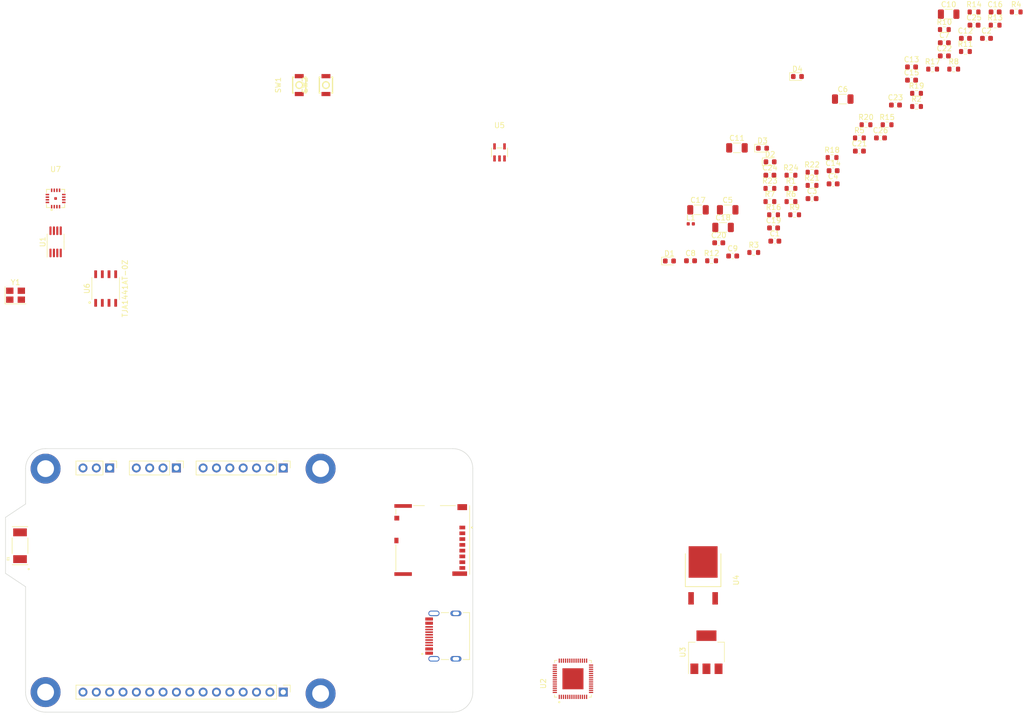
<source format=kicad_pcb>
(kicad_pcb (version 20211014) (generator pcbnew)
  (title_block (title "Delta") (date "2022-09-02") (rev "v4.0 Rev A") (comment 3 "MIT License") (comment 4 "Author: Shreyas Lad"))
  (layers (0 "F.Cu" signal) (1 "In1.Cu" power "GND") (2 "In2.Cu" power "PWR") (31 "B.Cu" signal) (34 "B.Paste" user) (35 "F.Paste" user) (36 "B.SilkS" user "B.Silkscreen") (37 "F.SilkS" user "F.Silkscreen") (38 "B.Mask" user) (39 "F.Mask" user) (44 "Edge.Cuts" user))
  (net 0 "")
  (net 1 "GND")
  (net 2 "Net-(C2-Pad1)")
  (net 3 "Net-(C2-Pad2)")
  (net 4 "Net-(C3-Pad1)")
  (net 5 "Net-(C5-Pad1)")
  (net 6 "+3V3")
  (net 7 "+1V8")
  (net 8 "/ESP32_XTAL_P")
  (net 9 "/ESP32_XTAL_N")
  (net 10 "VBUS")
  (net 11 "/OBD_12v")
  (net 12 "Net-(C18-Pad1)")
  (net 13 "Net-(C23-Pad1)")
  (net 14 "Net-(TP28-Pad1)")
  (net 15 "Net-(D1-Pad1)")
  (net 16 "Net-(D3-Pad1)")
  (net 17 "Net-(D3-Pad2)")
  (net 18 "Net-(J1-PadA5)")
  (net 19 "Net-(J1-PadA6)")
  (net 20 "Net-(J1-PadA7)")
  (net 22 "Net-(J1-PadB5)")
  (net 24 "/ESP32_Rx")
  (net 25 "/ESP32_Tx")
  (net 26 "/ESP32_U0RTS")
  (net 27 "/ESP32_U0CTS")
  (net 28 "/OBD_PTY_1")
  (net 29 "/OBD_SAEJ1850+")
  (net 30 "/OBD_PTY_3")
  (net 33 "/OBD_CANH")
  (net 34 "/OBD_KLINE")
  (net 35 "/OBD_PTY_8")
  (net 36 "/OBD_PTY_9")
  (net 37 "/OBD_SAEJ1850-")
  (net 38 "/OBD_PTY_11")
  (net 39 "/OBD_PTY_12")
  (net 40 "/OBD_PTY_13")
  (net 41 "/OBD_CANL")
  (net 42 "/OBD_LLINE")
  (net 43 "/SD_D2")
  (net 44 "/SD_D3")
  (net 45 "/SD_CMD")
  (net 46 "/SD_CLK")
  (net 47 "/SD_D0")
  (net 48 "/SD_D1")
  (net 49 "Net-(R1-Pad2)")
  (net 50 "/USB_D+")
  (net 51 "/USB_D-")
  (net 52 "Net-(R5-Pad1)")
  (net 53 "Net-(R9-Pad1)")
  (net 54 "Net-(TP29-Pad1)")
  (net 55 "Net-(TP36-Pad1)")
  (net 56 "Net-(TP37-Pad1)")
  (net 57 "Net-(TP38-Pad1)")
  (net 58 "Net-(TP39-Pad1)")
  (net 59 "Net-(R10-Pad2)")
  (net 60 "Net-(R11-Pad1)")
  (net 61 "Net-(R15-Pad2)")
  (net 62 "/SCL")
  (net 63 "/SDA")
  (net 64 "Net-(TP2-Pad1)")
  (net 65 "/GPIO47")
  (net 66 "/GPIO48")
  (net 67 "Net-(TP8-Pad1)")
  (net 68 "Net-(TP12-Pad1)")
  (net 69 "Net-(TP15-Pad1)")
  (net 70 "/ACCEL_CS")
  (net 71 "/ACCEL_RST")
  (net 72 "/ACCEL_INT1")
  (net 73 "/ACCEL_INT2")
  (net 74 "Net-(TP40-Pad1)")
  (net 75 "Net-(TP41-Pad1)")
  (net 80 "/OBD_Rx")
  (net 81 "/OBD_Tx")
  (net 82 "Net-(TP30-Pad1)")
  (net 83 "Net-(TP31-Pad1)")
  (net 84 "Net-(TP32-Pad1)")
  (net 85 "Net-(TP33-Pad1)")
  (net 87 "/NEOPXL_DIN")
  (net 88 "/JTAG_TCK")
  (net 89 "/JTAG_TDO")
  (net 90 "/JTAG_TDI")
  (net 91 "/JTAG_TMS")
  (net 100 "Net-(R16-Pad1)")
  (net 101 "/NEOPXL_DIN_5v")
  (footprint "Connector_PinHeader_2.54mm:PinHeader_1x16_P2.54mm_Vertical" (layer "F.Cu") (at 134.112 152.4 -90)
    (fp_text reference "J5")
    (fp_text value "Conn_01x16")
    (pad "1" thru_hole rect (at 0 0 270) (size 1.7 1.7) (drill 1) (layers *.Cu *.Mask) (net 28 "/OBD_PTY_1"))
    (pad "2" thru_hole oval (at 0 2.54 270) (size 1.7 1.7) (drill 1) (layers *.Cu *.Mask) (net 29 "/OBD_SAEJ1850+"))
    (pad "3" thru_hole oval (at 0 5.08 270) (size 1.7 1.7) (drill 1) (layers *.Cu *.Mask) (net 30 "/OBD_PTY_3"))
    (pad "4" thru_hole oval (at 0 7.62 270) (size 1.7 1.7) (drill 1) (layers *.Cu *.Mask))
    (pad "5" thru_hole oval (at 0 10.16 270) (size 1.7 1.7) (drill 1) (layers *.Cu *.Mask))
    (pad "6" thru_hole oval (at 0 12.7 270) (size 1.7 1.7) (drill 1) (layers *.Cu *.Mask) (net 36 "/OBD_PTY_9"))
    (pad "7" thru_hole oval (at 0 15.24 270) (size 1.7 1.7) (drill 1) (layers *.Cu *.Mask) (net 11 "/OBD_12v"))
    (pad "8" thru_hole oval (at 0 17.78 270) (size 1.7 1.7) (drill 1) (layers *.Cu *.Mask) (net 35 "/OBD_PTY_8"))
    (pad "9" thru_hole oval (at 0 20.32 270) (size 1.7 1.7) (drill 1) (layers *.Cu *.Mask) (net 33 "/OBD_CANH"))
    (pad "10" thru_hole oval (at 0 22.86 270) (size 1.7 1.7) (drill 1) (layers *.Cu *.Mask) (net 41 "/OBD_CANL"))
    (pad "11" thru_hole oval (at 0 25.4 270) (size 1.7 1.7) (drill 1) (layers *.Cu *.Mask) (net 38 "/OBD_PTY_11"))
    (pad "12" thru_hole oval (at 0 27.94 270) (size 1.7 1.7) (drill 1) (layers *.Cu *.Mask) (net 39 "/OBD_PTY_12"))
    (pad "13" thru_hole oval (at 0 30.48 270) (size 1.7 1.7) (drill 1) (layers *.Cu *.Mask) (net 40 "/OBD_PTY_13"))
    (pad "14" thru_hole oval (at 0 33.02 270) (size 1.7 1.7) (drill 1) (layers *.Cu *.Mask) (net 37 "/OBD_SAEJ1850-"))
    (pad "15" thru_hole oval (at 0 35.56 270) (size 1.7 1.7) (drill 1) (layers *.Cu *.Mask) (net 34 "/OBD_KLINE"))
    (pad "16" thru_hole oval (at 0 38.1 270) (size 1.7 1.7) (drill 1) (layers *.Cu *.Mask) (net 42 "/OBD_LLINE"))
  )
  (footprint "Capacitor_SMD:C_0603_1608Metric" (layer "F.Cu") (at 253.65 35.89)
    (fp_text reference "C15" (at 0 -1.43) (layer "F.SilkS"))
    (fp_text value "1uF")
    (pad "1" smd roundrect (at -0.775 0) (size 0.9 0.95) (layers "F.Cu" "F.Paste" "F.Mask") (net 6 "+3V3"))
    (pad "2" smd roundrect (at 0.775 0) (size 0.9 0.95) (layers "F.Cu" "F.Paste" "F.Mask") (net 1 "GND"))
  )
  (footprint "Capacitor_SMD:C_0603_1608Metric" (layer "F.Cu") (at 247.74 46.89)
    (fp_text reference "C26" (at 0 -1.43) (layer "F.SilkS"))
    (fp_text value "0.1uF")
    (pad "1" smd roundrect (at -0.775 0) (size 0.9 0.95) (layers "F.Cu" "F.Paste" "F.Mask") (net 6 "+3V3"))
    (pad "2" smd roundrect (at 0.775 0) (size 0.9 0.95) (layers "F.Cu" "F.Paste" "F.Mask") (net 1 "GND"))
  )
  (footprint "QST_QMI8610:LGA-16_L3.3-W3.3-P0.50-BL-EP0.5" (layer "F.Cu") (at 90.805 58.42)
    (fp_text reference "U7" (at 0 -5.56) (layer "F.SilkS"))
    (fp_text value "QST_QMI8610")
    (pad "1" smd rect locked (at -0.75 1.56) (size 0.28 0.66) (layers "F.Cu" "F.Paste" "F.Mask"))
    (pad "2" smd rect locked (at -0.25 1.56) (size 0.28 0.66) (layers "F.Cu" "F.Paste" "F.Mask") (net 6 "+3V3"))
    (pad "3" smd rect locked (at 0.25 1.56) (size 0.28 0.66) (layers "F.Cu" "F.Paste" "F.Mask") (net 1 "GND"))
    (pad "4" smd rect locked (at 0.75 1.56) (size 0.28 0.66) (layers "F.Cu" "F.Paste" "F.Mask"))
    (pad "5" smd rect locked (at 1.56 0.75) (size 0.66 0.28) (layers "F.Cu" "F.Paste" "F.Mask"))
    (pad "6" smd rect locked (at 1.56 0.25) (size 0.66 0.28) (layers "F.Cu" "F.Paste" "F.Mask"))
    (pad "7" smd rect locked (at 1.56 -0.25) (size 0.66 0.28) (layers "F.Cu" "F.Paste" "F.Mask"))
    (pad "8" smd rect locked (at 1.56 -0.75) (size 0.66 0.28) (layers "F.Cu" "F.Paste" "F.Mask") (net 7 "+1V8"))
    (pad "9" smd rect locked (at 0.75 -1.56) (size 0.28 0.66) (layers "F.Cu" "F.Paste" "F.Mask") (net 7 "+1V8"))
    (pad "10" smd rect locked (at 0.25 -1.56) (size 0.28 0.66) (layers "F.Cu" "F.Paste" "F.Mask") (net 70 "/ACCEL_CS"))
    (pad "11" smd rect locked (at -0.25 -1.56) (size 0.28 0.66) (layers "F.Cu" "F.Paste" "F.Mask") (net 73 "/ACCEL_INT2"))
    (pad "12" smd rect locked (at -0.75 -1.56) (size 0.28 0.66) (layers "F.Cu" "F.Paste" "F.Mask") (net 72 "/ACCEL_INT1"))
    (pad "13" smd rect locked (at -1.56 -0.75) (size 0.66 0.28) (layers "F.Cu" "F.Paste" "F.Mask") (net 63 "/SDA"))
    (pad "14" smd rect locked (at -1.56 -0.25) (size 0.66 0.28) (layers "F.Cu" "F.Paste" "F.Mask") (net 62 "/SCL"))
    (pad "15" smd rect locked (at -1.56 0.25) (size 0.66 0.28) (layers "F.Cu" "F.Paste" "F.Mask") (net 1 "GND"))
    (pad "16" smd rect locked (at -1.56 0.75) (size 0.66 0.28) (layers "F.Cu" "F.Paste" "F.Mask") (net 71 "/ACCEL_RST"))
    (pad "17" smd rect locked (at 0 0) (size 0.5 0.5) (layers "F.Cu" "F.Paste" "F.Mask"))
  )
  (footprint "Capacitor_SMD:C_0603_1608Metric" (layer "F.Cu") (at 267.91 27.93)
    (fp_text reference "C2" (at 0 -1.43) (layer "F.SilkS"))
    (fp_text value "2pF")
    (pad "1" smd roundrect (at -0.775 0) (size 0.9 0.95) (layers "F.Cu" "F.Paste" "F.Mask") (net 2 "Net-(C2-Pad1)"))
    (pad "2" smd roundrect (at 0.775 0) (size 0.9 0.95) (layers "F.Cu" "F.Paste" "F.Mask") (net 3 "Net-(C2-Pad2)"))
  )
  (footprint "Capacitor_SMD:C_0603_1608Metric" (layer "F.Cu") (at 250.59 40.63)
    (fp_text reference "C23" (at 0 -1.43) (layer "F.SilkS"))
    (fp_text value "4.7nF")
    (pad "1" smd roundrect (at -0.775 0) (size 0.9 0.95) (layers "F.Cu" "F.Paste" "F.Mask") (net 13 "Net-(C23-Pad1)"))
    (pad "2" smd roundrect (at 0.775 0) (size 0.9 0.95) (layers "F.Cu" "F.Paste" "F.Mask") (net 1 "GND"))
  )
  (footprint "MountingHole:MountingHole_3.2mm_M3_ISO7380_Pad" (layer "F.Cu") (at 88.9 152.4)
    (fp_text reference "H3")
    (fp_text value "MountingHole_Pad")
    (pad "1" thru_hole circle (at 0 0) (size 5.7 5.7) (drill 3.2) (layers *.Cu *.Mask) (net 1 "GND"))
  )
  (footprint "Resistor_SMD:R_0603_1608Metric" (layer "F.Cu") (at 234.72 53.42)
    (fp_text reference "R22" (at 0 -1.43) (layer "F.SilkS"))
    (fp_text value "10k")
    (pad "1" smd roundrect (at -0.825 0) (size 0.8 0.95) (layers "F.Cu" "F.Paste" "F.Mask") (net 6 "+3V3"))
    (pad "2" smd roundrect (at 0.825 0) (size 0.8 0.95) (layers "F.Cu" "F.Paste" "F.Mask") (net 45 "/SD_CMD"))
  )
  (footprint "Capacitor_SMD:C_1206_3216Metric" (layer "F.Cu") (at 220.43 48.78)
    (fp_text reference "C11" (at 0 -1.85) (layer "F.SilkS"))
    (fp_text value "1uF")
    (pad "1" smd roundrect (at -1.475 0) (size 1.15 1.8) (layers "F.Cu" "F.Paste" "F.Mask") (roundrect_rratio 0.217391) (net 11 "/OBD_12v"))
    (pad "2" smd roundrect (at 1.475 0) (size 1.15 1.8) (layers "F.Cu" "F.Paste" "F.Mask") (roundrect_rratio 0.217391) (net 1 "GND"))
  )
  (footprint "Resistor_SMD:R_0603_1608Metric" (layer "F.Cu") (at 254.6 40.91)
    (fp_text reference "R2" (at 0 -1.43) (layer "F.SilkS"))
    (fp_text value "27")
    (pad "1" smd roundrect (at -0.825 0) (size 0.8 0.95) (layers "F.Cu" "F.Paste" "F.Mask") (net 19 "Net-(J1-PadA6)"))
    (pad "2" smd roundrect (at 0.825 0) (size 0.8 0.95) (layers "F.Cu" "F.Paste" "F.Mask") (net 50 "/USB_D+"))
  )
  (footprint "TS-3025-A-A-B:SW-SMD_L3.0-W2.5-P3.40-LS4.0-L" (layer "F.Cu") (at 142.24 36.83 90)
    (fp_text reference "SW2" (at 0 -4 90) (layer "F.SilkS"))
    (fp_text value "FLASH")
    (pad "1" smd rect locked (at -1.7 0 90) (size 0.8 1.7) (layers "F.Cu" "F.Paste" "F.Mask") (net 59 "Net-(R10-Pad2)"))
    (pad "2" smd rect locked (at 1.7 0 90) (size 0.8 1.7) (layers "F.Cu" "F.Paste" "F.Mask") (net 1 "GND"))
  )
  (footprint "Resistor_SMD:R_0603_1608Metric" (layer "F.Cu") (at 227.4 61.52)
    (fp_text reference "R16" (at 0 -1.43) (layer "F.SilkS"))
    (fp_text value "10k")
    (pad "1" smd roundrect (at -0.825 0) (size 0.8 0.95) (layers "F.Cu" "F.Paste" "F.Mask") (net 100 "Net-(R16-Pad1)"))
    (pad "2" smd roundrect (at 0.825 0) (size 0.8 0.95) (layers "F.Cu" "F.Paste" "F.Mask") (net 1 "GND"))
  )
  (footprint "Package_SO:MSOP-8_3x3mm_P0.65mm" (layer "F.Cu") (at 90.805 66.675 90)
    (fp_text reference "U1" (at 0 -2.45 90) (layer "F.SilkS"))
    (fp_text value "PI4ULS5V202UEX")
    (pad "1" smd roundrect (at -2.1125 -0.975 90) (size 1.625 0.4) (layers "F.Cu" "F.Paste" "F.Mask") (net 6 "+3V3"))
    (pad "2" smd roundrect (at -2.1125 -0.325 90) (size 1.625 0.4) (layers "F.Cu" "F.Paste" "F.Mask") (net 87 "/NEOPXL_DIN"))
    (pad "3" smd roundrect (at -2.1125 0.325 90) (size 1.625 0.4) (layers "F.Cu" "F.Paste" "F.Mask") (net 64 "Net-(TP2-Pad1)"))
    (pad "4" smd roundrect (at -2.1125 0.975 90) (size 1.625 0.4) (layers "F.Cu" "F.Paste" "F.Mask") (net 1 "GND"))
    (pad "5" smd roundrect (at 2.1125 0.975 90) (size 1.625 0.4) (layers "F.Cu" "F.Paste" "F.Mask") (net 6 "+3V3"))
    (pad "6" smd roundrect (at 2.1125 0.325 90) (size 1.625 0.4) (layers "F.Cu" "F.Paste" "F.Mask") (net 68 "Net-(TP12-Pad1)"))
    (pad "7" smd roundrect (at 2.1125 -0.325 90) (size 1.625 0.4) (layers "F.Cu" "F.Paste" "F.Mask") (net 52 "Net-(R5-Pad1)"))
    (pad "8" smd roundrect (at 2.1125 -0.975 90) (size 1.625 0.4) (layers "F.Cu" "F.Paste" "F.Mask") (net 10 "VBUS"))
  )
  (footprint "Capacitor_SMD:C_0603_1608Metric" (layer "F.Cu") (at 211.6 70.28)
    (fp_text reference "C8" (at 0 -1.43) (layer "F.SilkS"))
    (fp_text value "12pF")
    (pad "1" smd roundrect (at -0.775 0) (size 0.9 0.95) (layers "F.Cu" "F.Paste" "F.Mask") (net 1 "GND"))
    (pad "2" smd roundrect (at 0.775 0) (size 0.9 0.95) (layers "F.Cu" "F.Paste" "F.Mask") (net 8 "/ESP32_XTAL_P"))
  )
  (footprint "Capacitor_SMD:C_0603_1608Metric" (layer "F.Cu") (at 234.72 58.44)
    (fp_text reference "C3" (at 0 -1.43) (layer "F.SilkS"))
    (fp_text value "1uF")
    (pad "1" smd roundrect (at -0.775 0) (size 0.9 0.95) (layers "F.Cu" "F.Paste" "F.Mask") (net 4 "Net-(C3-Pad1)"))
    (pad "2" smd roundrect (at 0.775 0) (size 0.9 0.95) (layers "F.Cu" "F.Paste" "F.Mask") (net 1 "GND"))
  )
  (footprint "Resistor_SMD:R_0603_1608Metric" (layer "F.Cu") (at 273.56 22.91)
    (fp_text reference "R4" (at 0 -1.43) (layer "F.SilkS"))
    (fp_text value "27")
    (pad "1" smd roundrect (at -0.825 0) (size 0.8 0.95) (layers "F.Cu" "F.Paste" "F.Mask") (net 20 "Net-(J1-PadA7)"))
    (pad "2" smd roundrect (at 0.825 0) (size 0.8 0.95) (layers "F.Cu" "F.Paste" "F.Mask") (net 51 "/USB_D-"))
  )
  (footprint "Capacitor_SMD:C_0603_1608Metric" (layer "F.Cu") (at 265.54 25.42)
    (fp_text reference "C25" (at 0 -1.43) (layer "F.SilkS"))
    (fp_text value "0.1uF")
    (pad "1" smd roundrect (at -0.775 0) (size 0.9 0.95) (layers "F.Cu" "F.Paste" "F.Mask") (net 7 "+1V8"))
    (pad "2" smd roundrect (at 0.775 0) (size 0.9 0.95) (layers "F.Cu" "F.Paste" "F.Mask") (net 1 "GND"))
  )
  (footprint "Resistor_SMD:R_0603_1608Metric" (layer "F.Cu") (at 249 44.38)
    (fp_text reference "R15" (at 0 -1.43) (layer "F.SilkS"))
    (fp_text value "10k")
    (pad "1" smd roundrect (at -0.825 0) (size 0.8 0.95) (layers "F.Cu" "F.Paste" "F.Mask") (net 6 "+3V3"))
    (pad "2" smd roundrect (at 0.825 0) (size 0.8 0.95) (layers "F.Cu" "F.Paste" "F.Mask") (net 61 "Net-(R15-Pad2)"))
  )
  (footprint "TPRT9193:SOT-23-5_L3.0-W1.7-P0.95-LS2.8-BL" (layer "F.Cu") (at 175.26 49.65)
    (fp_text reference "U5" (at 0 -5.15) (layer "F.SilkS"))
    (fp_text value "TPRT9193-18GB")
    (pad "1" smd rect (at -0.95 1.15) (size 0.49 1.16) (layers "F.Cu" "F.Paste" "F.Mask") (net 6 "+3V3"))
    (pad "2" smd rect (at 0 1.15) (size 0.49 1.16) (layers "F.Cu" "F.Paste" "F.Mask") (net 1 "GND"))
    (pad "3" smd rect (at 0.95 1.15) (size 0.49 1.16) (layers "F.Cu" "F.Paste" "F.Mask") (net 6 "+3V3"))
    (pad "4" smd rect (at 0.95 -1.15) (size 0.49 1.18) (layers "F.Cu" "F.Paste" "F.Mask"))
    (pad "5" smd rect (at -0.95 -1.15) (size 0.49 1.18) (layers "F.Cu" "F.Paste" "F.Mask") (net 7 "+1V8"))
  )
  (footprint "Diode_SMD:D_0603_1608Metric" (layer "F.Cu") (at 231.94 35.2)
    (fp_text reference "D4" (at 0 -1.43) (layer "F.SilkS"))
    (fp_text value "D")
    (pad "1" smd roundrect (at -0.7875 0) (size 0.875 0.95) (layers "F.Cu" "F.Paste" "F.Mask") (net 10 "VBUS"))
    (pad "2" smd roundrect (at 0.7875 0) (size 0.875 0.95) (layers "F.Cu" "F.Paste" "F.Mask") (net 12 "Net-(C18-Pad1)"))
  )
  (footprint "Capacitor_SMD:C_0603_1608Metric" (layer "F.Cu") (at 238.73 53.13)
    (fp_text reference "C14" (at 0 -1.43) (layer "F.SilkS"))
    (fp_text value "1uF")
    (pad "1" smd roundrect (at -0.775 0) (size 0.9 0.95) (layers "F.Cu" "F.Paste" "F.Mask") (net 6 "+3V3"))
    (pad "2" smd roundrect (at 0.775 0) (size 0.9 0.95) (layers "F.Cu" "F.Paste" "F.Mask") (net 1 "GND"))
  )
  (footprint "Capacitor_SMD:C_0603_1608Metric" (layer "F.Cu") (at 227.64 66.54)
    (fp_text reference "C1" (at 0 -1.43) (layer "F.SilkS"))
    (fp_text value "1uF")
    (pad "1" smd roundrect (at -0.775 0) (size 0.9 0.95) (layers "F.Cu" "F.Paste" "F.Mask") (net 6 "+3V3"))
    (pad "2" smd roundrect (at 0.775 0) (size 0.9 0.95) (layers "F.Cu" "F.Paste" "F.Mask") (net 1 "GND"))
  )
  (footprint "5033981892:MOLEX_503398-1892" (layer "F.Cu") (at 162.56 123.444 -90)
    (fp_text reference "J6")
    (fp_text value "Micro_SD_Card")
    (pad "1" smd rect (at -2.38 -5.625 270) (size 0.7 1.1) (layers "F.Cu" "F.Paste" "F.Mask") (net 43 "/SD_D2"))
    (pad "2" smd rect (at -1.28 -5.625 270) (size 0.7 1.1) (layers "F.Cu" "F.Paste" "F.Mask") (net 44 "/SD_D3"))
    (pad "3" smd rect (at -0.18 -5.625 270) (size 0.7 1.1) (layers "F.Cu" "F.Paste" "F.Mask") (net 45 "/SD_CMD"))
    (pad "4" smd rect (at 0.92 -5.625 270) (size 0.7 1.1) (layers "F.Cu" "F.Paste" "F.Mask") (net 6 "+3V3"))
    (pad "5" smd rect (at 2.02 -5.625 270) (size 0.7 1.1) (layers "F.Cu" "F.Paste" "F.Mask") (net 46 "/SD_CLK"))
    (pad "6" smd rect (at 3.12 -5.625 270) (size 0.7 1.1) (layers "F.Cu" "F.Paste" "F.Mask") (net 1 "GND"))
    (pad "6" smd rect (at -4.17 6.84 270) (size 0.9 0.93) (layers "F.Cu" "F.Paste" "F.Mask") (net 1 "GND"))
    (pad "7" smd rect (at 4.22 -5.625 270) (size 0.7 1.1) (layers "F.Cu" "F.Paste" "F.Mask") (net 47 "/SD_D0"))
    (pad "8" smd rect (at 5.32 -5.625 270) (size 0.7 1.1) (layers "F.Cu" "F.Paste" "F.Mask") (net 48 "/SD_D1"))
    (pad "9" smd rect (at -6.26 -5.61 270) (size 1.14 1.83) (layers "F.Cu" "F.Paste" "F.Mask") (net 1 "GND"))
    (pad "9" smd rect (at -6.48 5.64 270) (size 0.7 3.33) (layers "F.Cu" "F.Paste" "F.Mask") (net 1 "GND"))
    (pad "9" smd rect (at 6.4 -5.125 270) (size 0.86 2.8) (layers "F.Cu" "F.Paste" "F.Mask") (net 1 "GND"))
    (pad "9" smd rect (at 6.48 5.64 270) (size 0.7 3.33) (layers "F.Cu" "F.Paste" "F.Mask") (net 1 "GND"))
    (pad "9" smd rect (at 0.095 6.915 270) (size 1.05 0.78) (layers "F.Cu" "F.Paste" "F.Mask") (net 1 "GND"))
  )
  (footprint "Resistor_SMD:R_0603_1608Metric" (layer "F.Cu") (at 259.89 26.26)
    (fp_text reference "R10" (at 0 -1.43) (layer "F.SilkS"))
    (fp_text value "10k")
    (pad "1" smd roundrect (at -0.825 0) (size 0.8 0.95) (layers "F.Cu" "F.Paste" "F.Mask") (net 6 "+3V3"))
    (pad "2" smd roundrect (at 0.825 0) (size 0.8 0.95) (layers "F.Cu" "F.Paste" "F.Mask") (net 59 "Net-(R10-Pad2)"))
  )
  (footprint "Resistor_SMD:R_0603_1608Metric" (layer "F.Cu") (at 230.71 53.99)
    (fp_text reference "R24" (at 0 -1.43) (layer "F.SilkS"))
    (fp_text value "10k")
    (pad "1" smd roundrect (at -0.825 0) (size 0.8 0.95) (layers "F.Cu" "F.Paste" "F.Mask") (net 6 "+3V3"))
    (pad "2" smd roundrect (at 0.825 0) (size 0.8 0.95) (layers "F.Cu" "F.Paste" "F.Mask") (net 43 "/SD_D2"))
  )
  (footprint "MountingHole:MountingHole_3.2mm_M3_ISO7380_Pad" (layer "F.Cu") (at 141.224 152.654)
    (fp_text reference "H2")
    (fp_text value "MountingHole_Pad")
    (pad "1" thru_hole circle (at 0 0) (size 5.7 5.7) (drill 3.2) (layers *.Cu *.Mask) (net 1 "GND"))
  )
  (footprint "Resistor_SMD:R_0603_1608Metric" (layer "F.Cu") (at 263.9 30.44)
    (fp_text reference "R11" (at 0 -1.43) (layer "F.SilkS"))
    (fp_text value "10k")
    (pad "1" smd roundrect (at -0.825 0) (size 0.8 0.95) (layers "F.Cu" "F.Paste" "F.Mask") (net 60 "Net-(R11-Pad1)"))
    (pad "2" smd roundrect (at 0.825 0) (size 0.8 0.95) (layers "F.Cu" "F.Paste" "F.Mask") (net 1 "GND"))
  )
  (footprint "MountingHole:MountingHole_3.2mm_M3_ISO7380_Pad" (layer "F.Cu") (at 88.9 109.855)
    (fp_text reference "H4")
    (fp_text value "MountingHole_Pad")
    (pad "1" thru_hole circle (at 0 0) (size 5.7 5.7) (drill 3.2) (layers *.Cu *.Mask) (net 1 "GND"))
  )
  (footprint "Resistor_SMD:R_0603_1608Metric" (layer "F.Cu") (at 226.7 59.01)
    (fp_text reference "R7" (at 0 -1.43) (layer "F.SilkS"))
    (fp_text value "5.1k")
    (pad "1" smd roundrect (at -0.825 0) (size 0.8 0.95) (layers "F.Cu" "F.Paste" "F.Mask") (net 18 "Net-(J1-PadA5)"))
    (pad "2" smd roundrect (at 0.825 0) (size 0.8 0.95) (layers "F.Cu" "F.Paste" "F.Mask") (net 1 "GND"))
  )
  (footprint "Resistor_SMD:R_0603_1608Metric" (layer "F.Cu") (at 254.6 38.4)
    (fp_text reference "R19" (at 0 -1.43) (layer "F.SilkS"))
    (fp_text value "10k")
    (pad "1" smd roundrect (at -0.825 0) (size 0.8 0.95) (layers "F.Cu" "F.Paste" "F.Mask") (net 6 "+3V3"))
    (pad "2" smd roundrect (at 0.825 0) (size 0.8 0.95) (layers "F.Cu" "F.Paste" "F.Mask") (net 48 "/SD_D1"))
  )
  (footprint "Connector_PinHeader_2.54mm:PinHeader_1x03_P2.54mm_Vertical" (layer "F.Cu") (at 101.092 109.728 -90)
    (fp_text reference "J2")
    (fp_text value "Conn_01x03")
    (pad "1" thru_hole rect (at 0 0 270) (size 1.7 1.7) (drill 1) (layers *.Cu *.Mask) (net 101 "/NEOPXL_DIN_5v"))
    (pad "2" thru_hole oval (at 0 2.54 270) (size 1.7 1.7) (drill 1) (layers *.Cu *.Mask) (net 10 "VBUS"))
    (pad "3" thru_hole oval (at 0 5.08 270) (size 1.7 1.7) (drill 1) (layers *.Cu *.Mask) (net 1 "GND"))
  )
  (footprint "Diode_SMD:D_0603_1608Metric" (layer "F.Cu") (at 226.74 51.44)
    (fp_text reference "D2" (at 0 -1.43) (layer "F.SilkS"))
    (fp_text value "D")
    (pad "1" smd roundrect (at -0.7875 0) (size 0.875 0.95) (layers "F.Cu" "F.Paste" "F.Mask") (net 10 "VBUS"))
    (pad "2" smd roundrect (at 0.7875 0) (size 0.875 0.95) (layers "F.Cu" "F.Paste" "F.Mask") (net 5 "Net-(C5-Pad1)"))
  )
  (footprint "LED_SMD:LED_0603_1608Metric" (layer "F.Cu") (at 225.3 48.85)
    (fp_text reference "D3" (at 0 -1.43) (layer "F.SilkS"))
    (fp_text value "GREEN")
    (pad "1" smd roundrect (at -0.7875 0) (size 0.875 0.95) (layers "F.Cu" "F.Paste" "F.Mask") (net 16 "Net-(D3-Pad1)"))
    (pad "2" smd roundrect (at 0.7875 0) (size 0.875 0.95) (layers "F.Cu" "F.Paste" "F.Mask") (net 17 "Net-(D3-Pad2)"))
  )
  (footprint "Package_TO_SOT_SMD:SOT-223" (layer "F.Cu") (at 214.63 144.805 90)
    (fp_text reference "U3" (at 0 -4.5 90) (layer "F.SilkS"))
    (fp_text value "C401677")
    (pad "1" smd rect (at -3.15 -2.3 90) (size 2 1.5) (layers "F.Cu" "F.Paste" "F.Mask") (net 10 "VBUS"))
    (pad "2" smd rect (at -3.15 0 90) (size 2 1.5) (layers "F.Cu" "F.Paste" "F.Mask") (net 1 "GND"))
    (pad "3" smd rect (at -3.15 2.3 90) (size 2 1.5) (layers "F.Cu" "F.Paste" "F.Mask") (net 6 "+3V3"))
    (pad "4" smd rect (at 3.15 0 90) (size 2 3.8) (layers "F.Cu" "F.Paste" "F.Mask"))
  )
  (footprint "TS-3025-A-A-B:SW-SMD_L3.0-W2.5-P3.40-LS4.0-L" (layer "F.Cu") (at 137.16 36.83 90)
    (fp_text reference "SW1" (at 0 -4 90) (layer "F.SilkS"))
    (fp_text value "RESET")
    (pad "1" smd rect locked (at -1.7 0 90) (size 0.8 1.7) (layers "F.Cu" "F.Paste" "F.Mask") (net 4 "Net-(C3-Pad1)"))
    (pad "2" smd rect locked (at 1.7 0 90) (size 0.8 1.7) (layers "F.Cu" "F.Paste" "F.Mask") (net 1 "GND"))
  )
  (footprint "C21706:TO-252-2_L6.6-W6.1-P4.58-LS10.1-BR-CW" (layer "F.Cu") (at 213.995 131.085 -90)
    (fp_text reference "U4" (at 0 -6.29 90) (layer "F.SilkS"))
    (fp_text value "CJ78053%")
    (pad "1" smd rect locked (at 3.46 2.29 90) (size 2.36 1.06) (layers "F.Cu" "F.Paste" "F.Mask") (net 11 "/OBD_12v"))
    (pad "2" smd rect locked (at -3.46 0 90) (size 6 5.51) (layers "F.Cu" "F.Paste" "F.Mask") (net 1 "GND"))
    (pad "3" smd rect locked (at 3.46 -2.29 90) (size 2.36 1.06) (layers "F.Cu" "F.Paste" "F.Mask") (net 12 "Net-(C18-Pad1)"))
  )
  (footprint "TJA1441DT-0Z:TJA1441DT-0Z" (layer "F.Cu") (at 100.33 75.565 90)
    (fp_text reference "U6" (at 0 -3.556 90) (layer "F.SilkS"))
    (fp_text value "TJA1441AT-0Z" (at 0 3.683 90) (layer "F.SilkS"))
    (pad "1" smd rect (at -2.72415 -1.905 90) (size 1.4605 0.5334) (layers "F.Cu" "F.Paste" "F.Mask") (net 81 "/OBD_Tx"))
    (pad "2" smd rect (at -2.72415 -0.635 90) (size 1.4605 0.5334) (layers "F.Cu" "F.Paste" "F.Mask") (net 1 "GND"))
    (pad "3" smd rect (at -2.72415 0.635 90) (size 1.4605 0.5334) (layers "F.Cu" "F.Paste" "F.Mask") (net 10 "VBUS"))
    (pad "4" smd rect (at -2.72415 1.905 90) (size 1.4605 0.5334) (layers "F.Cu" "F.Paste" "F.Mask") (net 80 "/OBD_Rx"))
    (pad "5" smd rect (at 2.72415 1.905 90) (size 1.4605 0.5334) (layers "F.Cu" "F.Paste" "F.Mask") (net 61 "Net-(R15-Pad2)"))
    (pad "6" smd rect (at 2.72415 0.635 90) (size 1.4605 0.5334) (layers "F.Cu" "F.Paste" "F.Mask") (net 41 "/OBD_CANL"))
    (pad "7" smd rect (at 2.72415 -0.635 90) (size 1.4605 0.5334) (layers "F.Cu" "F.Paste" "F.Mask") (net 33 "/OBD_CANH"))
    (pad "8" smd rect (at 2.72415 -1.905 90) (size 1.4605 0.5334) (layers "F.Cu" "F.Paste" "F.Mask") (net 100 "Net-(R16-Pad1)"))
  )
  (footprint "Resistor_SMD:R_0603_1608Metric" (layer "F.Cu") (at 238.53 50.62)
    (fp_text reference "R18" (at 0 -1.43) (layer "F.SilkS"))
    (fp_text value "10k")
    (pad "1" smd roundrect (at -0.825 0) (size 0.8 0.95) (layers "F.Cu" "F.Paste" "F.Mask") (net 6 "+3V3"))
    (pad "2" smd roundrect (at 0.825 0) (size 0.8 0.95) (layers "F.Cu" "F.Paste" "F.Mask") (net 63 "/SDA"))
  )
  (footprint "Capacitor_SMD:C_1206_3216Metric" (layer "F.Cu") (at 260.71 23.33)
    (fp_text reference "C10" (at 0 -1.85) (layer "F.SilkS"))
    (fp_text value "1uF")
    (pad "1" smd roundrect (at -1.475 0) (size 1.15 1.8) (layers "F.Cu" "F.Paste" "F.Mask") (roundrect_rratio 0.217391) (net 10 "VBUS"))
    (pad "2" smd roundrect (at 1.475 0) (size 1.15 1.8) (layers "F.Cu" "F.Paste" "F.Mask") (roundrect_rratio 0.217391) (net 1 "GND"))
  )
  (footprint "Capacitor_SMD:C_1206_3216Metric" (layer "F.Cu") (at 217.79 63.93)
    (fp_text reference "C18" (at 0 -1.85) (layer "F.SilkS"))
    (fp_text value "1uF")
    (pad "1" smd roundrect (at -1.475 0) (size 1.15 1.8) (layers "F.Cu" "F.Paste" "F.Mask") (roundrect_rratio 0.217391) (net 12 "Net-(C18-Pad1)"))
    (pad "2" smd roundrect (at 1.475 0) (size 1.15 1.8) (layers "F.Cu" "F.Paste" "F.Mask") (roundrect_rratio 0.217391) (net 1 "GND"))
  )
  (footprint "Capacitor_SMD:C_1206_3216Metric" (layer "F.Cu") (at 240.56 39.49)
    (fp_text reference "C6" (at 0 -1.85) (layer "F.SilkS"))
    (fp_text value "1uF")
    (pad "1" smd roundrect (at -1.475 0) (size 1.15 1.8) (layers "F.Cu" "F.Paste" "F.Mask") (roundrect_rratio 0.217391) (net 5 "Net-(C5-Pad1)"))
    (pad "2" smd roundrect (at 1.475 0) (size 1.15 1.8) (layers "F.Cu" "F.Paste" "F.Mask") (roundrect_rratio 0.217391) (net 1 "GND"))
  )
  (footprint "Capacitor_SMD:C_0603_1608Metric" (layer "F.Cu") (at 216.97 66.86)
    (fp_text reference "C20" (at 0 -1.43) (layer "F.SilkS"))
    (fp_text value "0.1uF")
    (pad "1" smd roundrect (at -0.775 0) (size 0.9 0.95) (layers "F.Cu" "F.Paste" "F.Mask") (net 6 "+3V3"))
    (pad "2" smd roundrect (at 0.775 0) (size 0.9 0.95) (layers "F.Cu" "F.Paste" "F.Mask") (net 1 "GND"))
  )
  (footprint "ESP32-S3R8V:QFN40P700X700X90-57N" (layer "F.Cu") (at 189.23 149.86 90)
    (fp_text reference "U2" (at -0.925 -5.635 90) (layer "F.SilkS"))
    (fp_text value "ESP32-S3R8V")
    (pad "1" smd roundrect locked (at -3.445 -2.6 90) (size 0.81 0.22) (layers "F.Cu" "F.Paste" "F.Mask") (roundrect_rratio 0.03) (net 3 "Net-(C2-Pad2)"))
    (pad "2" smd roundrect locked (at -3.445 -2.2 90) (size 0.81 0.22) (layers "F.Cu" "F.Paste" "F.Mask") (roundrect_rratio 0.03) (net 6 "+3V3"))
    (pad "3" smd roundrect locked (at -3.445 -1.8 90) (size 0.81 0.22) (layers "F.Cu" "F.Paste" "F.Mask") (roundrect_rratio 0.03) (net 6 "+3V3"))
    (pad "4" smd roundrect locked (at -3.445 -1.4 90) (size 0.81 0.22) (layers "F.Cu" "F.Paste" "F.Mask") (roundrect_rratio 0.03) (net 49 "Net-(R1-Pad2)"))
    (pad "5" smd roundrect locked (at -3.445 -1 90) (size 0.81 0.22) (layers "F.Cu" "F.Paste" "F.Mask") (roundrect_rratio 0.03) (net 59 "Net-(R10-Pad2)"))
    (pad "6" smd roundrect locked (at -3.445 -0.6 90) (size 0.81 0.22) (layers "F.Cu" "F.Paste" "F.Mask") (roundrect_rratio 0.03) (net 70 "/ACCEL_CS"))
    (pad "7" smd roundrect locked (at -3.445 -0.2 90) (size 0.81 0.22) (layers "F.Cu" "F.Paste" "F.Mask") (roundrect_rratio 0.03) (net 71 "/ACCEL_RST"))
    (pad "8" smd roundrect locked (at -3.445 0.2 90) (size 0.81 0.22) (layers "F.Cu" "F.Paste" "F.Mask") (roundrect_rratio 0.03) (net 60 "Net-(R11-Pad1)"))
    (pad "9" smd roundrect locked (at -3.445 0.6 90) (size 0.81 0.22) (layers "F.Cu" "F.Paste" "F.Mask") (roundrect_rratio 0.03) (net 72 "/ACCEL_INT1"))
    (pad "10" smd roundrect locked (at -3.445 1 90) (size 0.81 0.22) (layers "F.Cu" "F.Paste" "F.Mask") (roundrect_rratio 0.03) (net 73 "/ACCEL_INT2"))
    (pad "11" smd roundrect locked (at -3.445 1.4 90) (size 0.81 0.22) (layers "F.Cu" "F.Paste" "F.Mask") (roundrect_rratio 0.03) (net 62 "/SCL"))
    (pad "12" smd roundrect locked (at -3.445 1.8 90) (size 0.81 0.22) (layers "F.Cu" "F.Paste" "F.Mask") (roundrect_rratio 0.03) (net 63 "/SDA"))
    (pad "13" smd roundrect locked (at -3.445 2.2 90) (size 0.81 0.22) (layers "F.Cu" "F.Paste" "F.Mask") (roundrect_rratio 0.03) (net 14 "Net-(TP28-Pad1)"))
    (pad "14" smd roundrect locked (at -3.445 2.6 90) (size 0.81 0.22) (layers "F.Cu" "F.Paste" "F.Mask") (roundrect_rratio 0.03) (net 87 "/NEOPXL_DIN"))
    (pad "15" smd roundrect locked (at -2.6 3.445 90) (size 0.22 0.81) (layers "F.Cu" "F.Paste" "F.Mask") (roundrect_rratio 0.1) (net 54 "Net-(TP29-Pad1)"))
    (pad "16" smd roundrect locked (at -2.2 3.445 90) (size 0.22 0.81) (layers "F.Cu" "F.Paste" "F.Mask") (roundrect_rratio 0.1) (net 82 "Net-(TP30-Pad1)"))
    (pad "17" smd roundrect locked (at -1.8 3.445 90) (size 0.22 0.81) (layers "F.Cu" "F.Paste" "F.Mask") (roundrect_rratio 0.1) (net 83 "Net-(TP31-Pad1)"))
    (pad "18" smd roundrect locked (at -1.4 3.445 90) (size 0.22 0.81) (layers "F.Cu" "F.Paste" "F.Mask") (roundrect_rratio 0.1) (net 84 "Net-(TP32-Pad1)"))
    (pad "19" smd roundrect locked (at -1 3.445 90) (size 0.22 0.81) (layers "F.Cu" "F.Paste" "F.Mask") (roundrect_rratio 0.1) (net 85 "Net-(TP33-Pad1)"))
    (pad "20" smd roundrect locked (at -0.6 3.445 90) (size 0.22 0.81) (layers "F.Cu" "F.Paste" "F.Mask") (roundrect_rratio 0.1) (net 6 "+3V3"))
    (pad "21" smd roundrect locked (at -0.2 3.445 90) (size 0.22 0.81) (layers "F.Cu" "F.Paste" "F.Mask") (roundrect_rratio 0.1) (net 26 "/ESP32_U0RTS"))
    (pad "22" smd roundrect locked (at 0.2 3.445 90) (size 0.22 0.81) (layers "F.Cu" "F.Paste" "F.Mask") (roundrect_rratio 0.1) (net 27 "/ESP32_U0CTS"))
    (pad "23" smd roundrect locked (at 0.6 3.445 90) (size 0.22 0.81) (layers "F.Cu" "F.Paste" "F.Mask") (roundrect_rratio 0.1) (net 80 "/OBD_Rx"))
    (pad "24" smd roundrect locked (at 1 3.445 90) (size 0.22 0.81) (layers "F.Cu" "F.Paste" "F.Mask") (roundrect_rratio 0.1) (net 81 "/OBD_Tx"))
    (pad "25" smd roundrect locked (at 1.4 3.445 90) (size 0.22 0.81) (layers "F.Cu" "F.Paste" "F.Mask") (roundrect_rratio 0.1) (net 51 "/USB_D-"))
    (pad "26" smd roundrect locked (at 1.8 3.445 90) (size 0.22 0.81) (layers "F.Cu" "F.Paste" "F.Mask") (roundrect_rratio 0.1) (net 50 "/USB_D+"))
    (pad "27" smd roundrect locked (at 2.2 3.445 90) (size 0.22 0.81) (layers "F.Cu" "F.Paste" "F.Mask") (roundrect_rratio 0.1) (net 17 "Net-(D3-Pad2)"))
    (pad "28" smd roundrect locked (at 2.6 3.445 90) (size 0.22 0.81) (layers "F.Cu" "F.Paste" "F.Mask") (roundrect_rratio 0.1) (net 67 "Net-(TP8-Pad1)"))
    (pad "29" smd roundrect locked (at 3.445 2.6 90) (size 0.81 0.22) (layers "F.Cu" "F.Paste" "F.Mask") (roundrect_rratio 0.03) (net 6 "+3V3"))
    (pad "30" smd roundrect locked (at 3.445 2.2 90) (size 0.81 0.22) (layers "F.Cu" "F.Paste" "F.Mask") (roundrect_rratio 0.03) (net 43 "/SD_D2"))
    (pad "31" smd roundrect locked (at 3.445 1.8 90) (size 0.81 0.22) (layers "F.Cu" "F.Paste" "F.Mask") (roundrect_rratio 0.03) (net 48 "/SD_D1"))
    (pad "32" smd roundrect locked (at 3.445 1.4 90) (size 0.81 0.22) (layers "F.Cu" "F.Paste" "F.Mask") (roundrect_rratio 0.03) (net 44 "/SD_D3"))
    (pad "33" smd roundrect locked (at 3.445 1 90) (size 0.81 0.22) (layers "F.Cu" "F.Paste" "F.Mask") (roundrect_rratio 0.03) (net 46 "/SD_CLK"))
    (pad "34" smd roundrect locked (at 3.445 0.6 90) (size 0.81 0.22) (layers "F.Cu" "F.Paste" "F.Mask") (roundrect_rratio 0.03) (net 47 "/SD_D0"))
    (pad "35" smd roundrect locked (at 3.445 0.2 90) (size 0.81 0.22) (layers "F.Cu" "F.Paste" "F.Mask") (roundrect_rratio 0.03) (net 45 "/SD_CMD"))
    (pad "36" smd roundrect locked (at 3.445 -0.2 90) (size 0.81 0.22) (layers "F.Cu" "F.Paste" "F.Mask") (roundrect_rratio 0.03) (net 66 "/GPIO48"))
    (pad "37" smd roundrect locked (at 3.445 -0.6 90) (size 0.81 0.22) (layers "F.Cu" "F.Paste" "F.Mask") (roundrect_rratio 0.03) (net 65 "/GPIO47"))
    (pad "38" smd roundrect locked (at 3.445 -1 90) (size 0.81 0.22) (layers "F.Cu" "F.Paste" "F.Mask") (roundrect_rratio 0.03) (net 55 "Net-(TP36-Pad1)"))
    (pad "39" smd roundrect locked (at 3.445 -1.4 90) (size 0.81 0.22) (layers "F.Cu" "F.Paste" "F.Mask") (roundrect_rratio 0.03) (net 56 "Net-(TP37-Pad1)"))
    (pad "40" smd roundrect locked (at 3.445 -1.8 90) (size 0.81 0.22) (layers "F.Cu" "F.Paste" "F.Mask") (roundrect_rratio 0.03) (net 57 "Net-(TP38-Pad1)"))
    (pad "41" smd roundrect locked (at 3.445 -2.2 90) (size 0.81 0.22) (layers "F.Cu" "F.Paste" "F.Mask") (roundrect_rratio 0.03) (net 58 "Net-(TP39-Pad1)"))
    (pad "42" smd roundrect locked (at 3.445 -2.6 90) (size 0.81 0.22) (layers "F.Cu" "F.Paste" "F.Mask") (roundrect_rratio 0.03) (net 74 "Net-(TP40-Pad1)"))
    (pad "43" smd roundrect locked (at 2.6 -3.445 90) (size 0.22 0.81) (layers "F.Cu" "F.Paste" "F.Mask") (roundrect_rratio 0.1) (net 75 "Net-(TP41-Pad1)"))
    (pad "44" smd roundrect locked (at 2.2 -3.445 90) (size 0.22 0.81) (layers "F.Cu" "F.Paste" "F.Mask") (roundrect_rratio 0.1) (net 88 "/JTAG_TCK"))
    (pad "45" smd roundrect locked (at 1.8 -3.445 90) (size 0.22 0.81) (layers "F.Cu" "F.Paste" "F.Mask") (roundrect_rratio 0.1) (net 89 "/JTAG_TDO"))
    (pad "46" smd roundrect locked (at 1.4 -3.445 90) (size 0.22 0.81) (layers "F.Cu" "F.Paste" "F.Mask") (roundrect_rratio 0.1) (net 6 "+3V3"))
    (pad "47" smd roundrect locked (at 1 -3.445 90) (size 0.22 0.81) (layers "F.Cu" "F.Paste" "F.Mask") (roundrect_rratio 0.1) (net 90 "/JTAG_TDI"))
    (pad "48" smd roundrect locked (at 0.6 -3.445 90) (size 0.22 0.81) (layers "F.Cu" "F.Paste" "F.Mask") (roundrect_rratio 0.1) (net 91 "/JTAG_TMS"))
    (pad "49" smd roundrect locked (at 0.2 -3.445 90) (size 0.22 0.81) (layers "F.Cu" "F.Paste" "F.Mask") (roundrect_rratio 0.1) (net 25 "/ESP32_Tx"))
    (pad "50" smd roundrect locked (at -0.2 -3.445 90) (size 0.22 0.81) (layers "F.Cu" "F.Paste" "F.Mask") (roundrect_rratio 0.1) (net 24 "/ESP32_Rx"))
    (pad "51" smd roundrect locked (at -0.6 -3.445 90) (size 0.22 0.81) (layers "F.Cu" "F.Paste" "F.Mask") (roundrect_rratio 0.1) (net 69 "Net-(TP15-Pad1)"))
    (pad "52" smd roundrect locked (at -1 -3.445 90) (size 0.22 0.81) (layers "F.Cu" "F.Paste" "F.Mask") (roundrect_rratio 0.1) (net 53 "Net-(R9-Pad1)"))
    (pad "53" smd roundrect locked (at -1.4 -3.445 90) (size 0.22 0.81) (layers "F.Cu" "F.Paste" "F.Mask") (roundrect_rratio 0.1) (net 9 "/ESP32_XTAL_N"))
    (pad "54" smd roundrect locked (at -1.8 -3.445 90) (size 0.22 0.81) (layers "F.Cu" "F.Paste" "F.Mask") (roundrect_rratio 0.1) (net 8 "/ESP32_XTAL_P"))
    (pad "55" smd roundrect locked (at -2.2 -3.445 90) (size 0.22 0.81) (layers "F.Cu" "F.Paste" "F.Mask") (roundrect_rratio 0.1) (net 6 "+3V3"))
    (pad "56" smd roundrect locked (at -2.6 -3.445 90) (size 0.22 0.81) (layers "F.Cu" "F.Paste" "F.Mask") (roundrect_rratio 0.1) (net 6 "+3V3"))
    (pad "57" smd rect locked (at 0 0 90) (size 4 4) (layers "F.Cu" "F.Mask") (net 1 "GND"))
  )
  (footprint "Capacitor_SMD:C_0603_1608Metric" (layer "F.Cu") (at 238.73 55.64)
    (fp_text reference "C4" (at 0 -1.43) (layer "F.SilkS"))
    (fp_text value "1uF")
    (pad "1" smd roundrect (at -0.775 0) (size 0.9 0.95) (layers "F.Cu" "F.Paste" "F.Mask") (net 10 "VBUS"))
    (pad "2" smd roundrect (at 0.775 0) (size 0.9 0.95) (layers "F.Cu" "F.Paste" "F.Mask") (net 1 "GND"))
  )
  (footprint "Capacitor_SMD:C_0603_1608Metric" (layer "F.Cu") (at 259.89 28.77)
    (fp_text reference "C7" (at 0 -1.43) (layer "F.SilkS"))
    (fp_text value "10uF")
    (pad "1" smd roundrect (at -0.775 0) (size 0.9 0.95) (layers "F.Cu" "F.Paste" "F.Mask") (net 6 "+3V3"))
    (pad "2" smd roundrect (at 0.775 0) (size 0.9 0.95) (layers "F.Cu" "F.Paste" "F.Mask") (net 1 "GND"))
  )
  (footprint "Capacitor_SMD:C_0603_1608Metric" (layer "F.Cu") (at 226.7 53.99)
    (fp_text reference "C24" (at 0 -1.43) (layer "F.SilkS"))
    (fp_text value "0.1uF")
    (pad "1" smd roundrect (at -0.775 0) (size 0.9 0.95) (layers "F.Cu" "F.Paste" "F.Mask") (net 6 "+3V3"))
    (pad "2" smd roundrect (at 0.775 0) (size 0.9 0.95) (layers "F.Cu" "F.Paste" "F.Mask") (net 1 "GND"))
  )
  (footprint "Connector_PinHeader_2.54mm:PinHeader_1x07_P2.54mm_Vertical" (layer "F.Cu") (at 134.112 109.728 -90)
    (fp_text reference "J4")
    (fp_text value "Conn_01x07")
    (pad "1" thru_hole rect (at 0 0 270) (size 1.7 1.7) (drill 1) (layers *.Cu *.Mask))
    (pad "2" thru_hole oval (at 0 2.54 270) (size 1.7 1.7) (drill 1) (layers *.Cu *.Mask))
    (pad "3" thru_hole oval (at 0 5.08 270) (size 1.7 1.7) (drill 1) (layers *.Cu *.Mask))
    (pad "4" thru_hole oval (at 0 7.62 270) (size 1.7 1.7) (drill 1) (layers *.Cu *.Mask))
    (pad "5" thru_hole oval (at 0 10.16 270) (size 1.7 1.7) (drill 1) (layers *.Cu *.Mask))
    (pad "6" thru_hole oval (at 0 12.7 270) (size 1.7 1.7) (drill 1) (layers *.Cu *.Mask))
    (pad "7" thru_hole oval (at 0 15.24 270) (size 1.7 1.7) (drill 1) (layers *.Cu *.Mask))
  )
  (footprint "Capacitor_SMD:C_1206_3216Metric" (layer "F.Cu") (at 218.67 60.58)
    (fp_text reference "C5" (at 0 -1.85) (layer "F.SilkS"))
    (fp_text value "1uF")
    (pad "1" smd roundrect (at -1.475 0) (size 1.15 1.8) (layers "F.Cu" "F.Paste" "F.Mask") (roundrect_rratio 0.217391) (net 5 "Net-(C5-Pad1)"))
    (pad "2" smd roundrect (at 1.475 0) (size 1.15 1.8) (layers "F.Cu" "F.Paste" "F.Mask") (roundrect_rratio 0.217391) (net 1 "GND"))
  )
  (footprint "Resistor_SMD:R_0603_1608Metric" (layer "F.Cu") (at 269.55 25.42)
    (fp_text reference "R13" (at 0 -1.43) (layer "F.SilkS"))
    (fp_text value "60")
    (pad "1" smd roundrect (at -0.825 0) (size 0.8 0.95) (layers "F.Cu" "F.Paste" "F.Mask") (net 33 "/OBD_CANH"))
    (pad "2" smd roundrect (at 0.825 0) (size 0.8 0.95) (layers "F.Cu" "F.Paste" "F.Mask") (net 13 "Net-(C23-Pad1)"))
  )
  (footprint "LED_SMD:LED_0603_1608Metric" (layer "F.Cu") (at 207.59 70.32)
    (fp_text reference "D1" (at 0 -1.43) (layer "F.SilkS"))
    (fp_text value "PWR BLUE")
    (pad "1" smd roundrect (at -0.7875 0) (size 0.875 0.95) (layers "F.Cu" "F.Paste" "F.Mask") (net 15 "Net-(D1-Pad1)"))
    (pad "2" smd roundrect (at 0.7875 0) (size 0.875 0.95) (layers "F.Cu" "F.Paste" "F.Mask") (net 5 "Net-(C5-Pad1)"))
  )
  (footprint "Capacitor_SMD:C_0603_1608Metric" (layer "F.Cu") (at 263.9 27.93)
    (fp_text reference "C12" (at 0 -1.43) (layer "F.SilkS"))
    (fp_text value "0.1uF")
    (pad "1" smd roundrect (at -0.775 0) (size 0.9 0.95) (layers "F.Cu" "F.Paste" "F.Mask") (net 6 "+3V3"))
    (pad "2" smd roundrect (at 0.775 0) (size 0.9 0.95) (layers "F.Cu" "F.Paste" "F.Mask") (net 1 "GND"))
  )
  (footprint "Capacitor_SMD:C_0603_1608Metric" (layer "F.Cu") (at 269.55 22.91)
    (fp_text reference "C16" (at 0 -1.43) (layer "F.SilkS"))
    (fp_text value "1uF")
    (pad "1" smd roundrect (at -0.775 0) (size 0.9 0.95) (layers "F.Cu" "F.Paste" "F.Mask") (net 6 "+3V3"))
    (pad "2" smd roundrect (at 0.775 0) (size 0.9 0.95) (layers "F.Cu" "F.Paste" "F.Mask") (net 1 "GND"))
  )
  (footprint "Resistor_SMD:R_0603_1608Metric" (layer "F.Cu") (at 257.66 33.79)
    (fp_text reference "R17" (at 0 -1.43) (layer "F.SilkS"))
    (fp_text value "10k")
    (pad "1" smd roundrect (at -0.825 0) (size 0.8 0.95) (layers "F.Cu" "F.Paste" "F.Mask") (net 6 "+3V3"))
    (pad "2" smd roundrect (at 0.825 0) (size 0.8 0.95) (layers "F.Cu" "F.Paste" "F.Mask") (net 62 "/SCL"))
  )
  (footprint "Resistor_SMD:R_0603_1608Metric" (layer "F.Cu") (at 265.54 22.91)
    (fp_text reference "R14" (at 0 -1.43) (layer "F.SilkS"))
    (fp_text value "60")
    (pad "1" smd roundrect (at -0.825 0) (size 0.8 0.95) (layers "F.Cu" "F.Paste" "F.Mask") (net 13 "Net-(C23-Pad1)"))
    (pad "2" smd roundrect (at 0.825 0) (size 0.8 0.95) (layers "F.Cu" "F.Paste" "F.Mask") (net 41 "/OBD_CANL"))
  )
  (footprint "Resistor_SMD:R_0603_1608Metric" (layer "F.Cu") (at 261.67 33.79)
    (fp_text reference "R8" (at 0 -1.43) (layer "F.SilkS"))
    (fp_text value "1k")
    (pad "1" smd roundrect (at -0.825 0) (size 0.8 0.95) (layers "F.Cu" "F.Paste" "F.Mask") (net 15 "Net-(D1-Pad1)"))
    (pad "2" smd roundrect (at 0.825 0) (size 0.8 0.95) (layers "F.Cu" "F.Paste" "F.Mask") (net 1 "GND"))
  )
  (footprint "Resistor_SMD:R_0603_1608Metric" (layer "F.Cu") (at 243.73 46.89)
    (fp_text reference "R5" (at 0 -1.43) (layer "F.SilkS"))
    (fp_text value "270")
    (pad "1" smd roundrect (at -0.825 0) (size 0.8 0.95) (layers "F.Cu" "F.Paste" "F.Mask") (net 52 "Net-(R5-Pad1)"))
    (pad "2" smd roundrect (at 0.825 0) (size 0.8 0.95) (layers "F.Cu" "F.Paste" "F.Mask") (net 101 "/NEOPXL_DIN_5v"))
  )
  (footprint "Capacitor_SMD:C_0603_1608Metric" (layer "F.Cu") (at 259.89 31.28)
    (fp_text reference "C22" (at 0 -1.43) (layer "F.SilkS"))
    (fp_text value "1uF")
    (pad "1" smd roundrect (at -0.775 0) (size 0.9 0.95) (layers "F.Cu" "F.Paste" "F.Mask") (net 10 "VBUS"))
    (pad "2" smd roundrect (at 0.775 0) (size 0.9 0.95) (layers "F.Cu" "F.Paste" "F.Mask") (net 1 "GND"))
  )
  (footprint "Inductor_SMD:L_0402_1005Metric" (layer "F.Cu") (at 211.65 63.25)
    (fp_text reference "L1" (at 0 -1.17) (layer "F.SilkS"))
    (fp_text value "5.1nH")
    (pad "1" smd roundrect (at -0.485 0) (size 0.59 0.64) (layers "F.Cu" "F.Paste" "F.Mask") (net 1 "GND"))
    (pad "2" smd roundrect (at 0.485 0) (size 0.59 0.64) (layers "F.Cu" "F.Paste" "F.Mask") (net 2 "Net-(C2-Pad1)"))
  )
  (footprint "TYPE-C-31-M-12:HRO_TYPE-C-31-M-12" (layer "F.Cu") (at 166.9625 141.732 90)
    (fp_text reference "J1")
    (fp_text value "USB_C_Receptacle_USB2.0")
    (pad "" np_thru_hole circle (at -2.89 -3.65 90) (size 0.7 0.7) (drill 0.7) (layers *.Cu *.Mask))
    (pad "" np_thru_hole circle (at 2.89 -3.65 90) (size 0.7 0.7) (drill 0.7) (layers *.Cu *.Mask))
    (pad "A1" smd rect (at -3.25 -5.095 90) (size 0.6 1.45) (layers "F.Cu" "F.Paste" "F.Mask") (net 1 "GND"))
    (pad "A1" smd rect (at 3.25 -5.095 90) (size 0.6 1.45) (layers "F.Cu" "F.Paste" "F.Mask") (net 1 "GND"))
    (pad "A4" smd rect (at -2.45 -5.095 90) (size 0.6 1.45) (layers "F.Cu" "F.Paste" "F.Mask") (net 5 "Net-(C5-Pad1)"))
    (pad "A4" smd rect (at 2.45 -5.095 90) (size 0.6 1.45) (layers "F.Cu" "F.Paste" "F.Mask") (net 5 "Net-(C5-Pad1)"))
    (pad "A5" smd rect (at -1.25 -5.095 90) (size 0.3 1.45) (layers "F.Cu" "F.Paste" "F.Mask") (net 18 "Net-(J1-PadA5)"))
    (pad "A6" smd rect (at -0.25 -5.095 90) (size 0.3 1.45) (layers "F.Cu" "F.Paste" "F.Mask") (net 19 "Net-(J1-PadA6)"))
    (pad "A7" smd rect (at 0.25 -5.095 90) (size 0.3 1.45) (layers "F.Cu" "F.Paste" "F.Mask") (net 20 "Net-(J1-PadA7)"))
    (pad "A8" smd rect (at 1.25 -5.095 90) (size 0.3 1.45) (layers "F.Cu" "F.Paste" "F.Mask"))
    (pad "B5" smd rect (at 1.75 -5.095 90) (size 0.3 1.45) (layers "F.Cu" "F.Paste" "F.Mask") (net 22 "Net-(J1-PadB5)"))
    (pad "B6" smd rect (at 0.75 -5.095 90) (size 0.3 1.45) (layers "F.Cu" "F.Paste" "F.Mask") (net 19 "Net-(J1-PadA6)"))
    (pad "B7" smd rect (at -0.75 -5.095 90) (size 0.3 1.45) (layers "F.Cu" "F.Paste" "F.Mask") (net 20 "Net-(J1-PadA7)"))
    (pad "B8" smd rect (at -1.75 -5.095 90) (size 0.3 1.45) (layers "F.Cu" "F.Paste" "F.Mask"))
    (pad "S1" thru_hole oval (at -4.32 0 90) (size 1.05 2.1) (drill oval 0.65 1.25) (layers *.Cu *.Mask) (net 1 "GND"))
    (pad "S1" thru_hole oval (at 4.32 -4.18 90) (size 1.05 2.1) (drill oval 0.65 1.75) (layers *.Cu *.Mask) (net 1 "GND"))
    (pad "S1" thru_hole oval (at -4.32 -4.18 90) (size 1.05 2.1) (drill oval 0.65 1.75) (layers *.Cu *.Mask) (net 1 "GND"))
    (pad "S1" thru_hole oval (at 4.32 0 90) (size 1.05 2.1) (drill oval 0.65 1.25) (layers *.Cu *.Mask) (net 1 "GND"))
  )
  (footprint "Capacitor_SMD:C_1206_3216Metric" (layer "F.Cu") (at 213.02 60.58)
    (fp_text reference "C17" (at 0 -1.85) (layer "F.SilkS"))
    (fp_text value "1uF")
    (pad "1" smd roundrect (at -1.475 0) (size 1.15 1.8) (layers "F.Cu" "F.Paste" "F.Mask") (roundrect_rratio 0.217391) (net 6 "+3V3"))
    (pad "2" smd roundrect (at 1.475 0) (size 1.15 1.8) (layers "F.Cu" "F.Paste" "F.Mask") (roundrect_rratio 0.217391) (net 1 "GND"))
  )
  (footprint "Resistor_SMD:R_0603_1608Metric" (layer "F.Cu") (at 230.71 56.5)
    (fp_text reference "R1" (at 0 -1.43) (layer "F.SilkS"))
    (fp_text value "10k")
    (pad "1" smd roundrect (at -0.825 0) (size 0.8 0.95) (layers "F.Cu" "F.Paste" "F.Mask") (net 4 "Net-(C3-Pad1)"))
    (pad "2" smd roundrect (at 0.825 0) (size 0.8 0.95) (layers "F.Cu" "F.Paste" "F.Mask") (net 49 "Net-(R1-Pad2)"))
  )
  (footprint "Connector_PinHeader_2.54mm:PinHeader_1x04_P2.54mm_Vertical" (layer "F.Cu") (at 113.782 109.728 -90)
    (fp_text reference "J3")
    (fp_text value "Conn_01x04")
    (pad "1" thru_hole rect (at 0 0 270) (size 1.7 1.7) (drill 1) (layers *.Cu *.Mask) (net 24 "/ESP32_Rx"))
    (pad "2" thru_hole oval (at 0 2.54 270) (size 1.7 1.7) (drill 1) (layers *.Cu *.Mask) (net 25 "/ESP32_Tx"))
    (pad "3" thru_hole oval (at 0 5.08 270) (size 1.7 1.7) (drill 1) (layers *.Cu *.Mask) (net 27 "/ESP32_U0CTS"))
    (pad "4" thru_hole oval (at 0 7.62 270) (size 1.7 1.7) (drill 1) (layers *.Cu *.Mask) (net 26 "/ESP32_U0RTS"))
  )
  (footprint "Capacitor_SMD:C_0603_1608Metric" (layer "F.Cu") (at 227.4 64.03)
    (fp_text reference "C19" (at 0 -1.43) (layer "F.SilkS"))
    (fp_text value "1uF")
    (pad "1" smd roundrect (at -0.775 0) (size 0.9 0.95) (layers "F.Cu" "F.Paste" "F.Mask") (net 6 "+3V3"))
    (pad "2" smd roundrect (at 0.775 0) (size 0.9 0.95) (layers "F.Cu" "F.Paste" "F.Mask") (net 1 "GND"))
  )
  (footprint "MountingHole:MountingHole_3.2mm_M3_ISO7380_Pad" (layer "F.Cu") (at 141.224 109.855)
    (fp_text reference "H1")
    (fp_text value "MountingHole_Pad")
    (pad "1" thru_hole circle (at 0 0) (size 5.7 5.7) (drill 3.2) (layers *.Cu *.Mask) (net 1 "GND"))
  )
  (footprint "Capacitor_SMD:C_0603_1608Metric" (layer "F.Cu") (at 253.65 33.38)
    (fp_text reference "C13" (at 0 -1.43) (layer "F.SilkS"))
    (fp_text value "1uF")
    (pad "1" smd roundrect (at -0.775 0) (size 0.9 0.95) (layers "F.Cu" "F.Paste" "F.Mask") (net 6 "+3V3"))
    (pad "2" smd roundrect (at 0.775 0) (size 0.9 0.95) (layers "F.Cu" "F.Paste" "F.Mask") (net 1 "GND"))
  )
  (footprint "Resistor_SMD:R_0603_1608Metric" (layer "F.Cu") (at 244.99 44.38)
    (fp_text reference "R20" (at 0 -1.43) (layer "F.SilkS"))
    (fp_text value "10k")
    (pad "1" smd roundrect (at -0.825 0) (size 0.8 0.95) (layers "F.Cu" "F.Paste" "F.Mask") (net 6 "+3V3"))
    (pad "2" smd roundrect (at 0.825 0) (size 0.8 0.95) (layers "F.Cu" "F.Paste" "F.Mask") (net 47 "/SD_D0"))
  )
  (footprint "Resistor_SMD:R_0603_1608Metric" (layer "F.Cu") (at 231.41 61.52)
    (fp_text reference "R9" (at 0 -1.43) (layer "F.SilkS"))
    (fp_text value "10k")
    (pad "1" smd roundrect (at -0.825 0) (size 0.8 0.95) (layers "F.Cu" "F.Paste" "F.Mask") (net 53 "Net-(R9-Pad1)"))
    (pad "2" smd roundrect (at 0.825 0) (size 0.8 0.95) (layers "F.Cu" "F.Paste" "F.Mask") (net 1 "GND"))
  )
  (footprint "Capacitor_SMD:C_0603_1608Metric" (layer "F.Cu") (at 219.62 69.37)
    (fp_text reference "C9" (at 0 -1.43) (layer "F.SilkS"))
    (fp_text value "12pF")
    (pad "1" smd roundrect (at -0.775 0) (size 0.9 0.95) (layers "F.Cu" "F.Paste" "F.Mask") (net 1 "GND"))
    (pad "2" smd roundrect (at 0.775 0) (size 0.9 0.95) (layers "F.Cu" "F.Paste" "F.Mask") (net 9 "/ESP32_XTAL_N"))
  )
  (footprint "Resistor_SMD:R_0603_1608Metric" (layer "F.Cu") (at 226.7 56.5)
    (fp_text reference "R23" (at 0 -1.43) (layer "F.SilkS"))
    (fp_text value "10k")
    (pad "1" smd roundrect (at -0.825 0) (size 0.8 0.95) (layers "F.Cu" "F.Paste" "F.Mask") (net 6 "+3V3"))
    (pad "2" smd roundrect (at 0.825 0) (size 0.8 0.95) (layers "F.Cu" "F.Paste" "F.Mask") (net 44 "/SD_D3"))
  )
  (footprint "Crystal:Crystal_SMD_3225-4Pin_3.2x2.5mm" (layer "F.Cu") (at 83.185 76.835)
    (fp_text reference "Y1" (at 0 -2.45) (layer "F.SilkS"))
    (fp_text value "40 MHz")
    (pad "1" smd rect (at -1.1 0.85) (size 1.4 1.2) (layers "F.Cu" "F.Paste" "F.Mask") (net 9 "/ESP32_XTAL_N"))
    (pad "2" smd rect (at 1.1 0.85) (size 1.4 1.2) (layers "F.Cu" "F.Paste" "F.Mask") (net 1 "GND"))
    (pad "3" smd rect (at 1.1 -0.85) (size 1.4 1.2) (layers "F.Cu" "F.Paste" "F.Mask") (net 8 "/ESP32_XTAL_P"))
    (pad "4" smd rect (at -1.1 -0.85) (size 1.4 1.2) (layers "F.Cu" "F.Paste" "F.Mask") (net 1 "GND"))
  )
  (footprint "Resistor_SMD:R_0603_1608Metric" (layer "F.Cu") (at 223.63 68.7)
    (fp_text reference "R3" (at 0 -1.43) (layer "F.SilkS"))
    (fp_text value "10k")
    (pad "1" smd roundrect (at -0.825 0) (size 0.8 0.95) (layers "F.Cu" "F.Paste" "F.Mask") (net 6 "+3V3"))
    (pad "2" smd roundrect (at 0.825 0) (size 0.8 0.95) (layers "F.Cu" "F.Paste" "F.Mask") (net 49 "Net-(R1-Pad2)"))
  )
  (footprint "Capacitor_SMD:C_0603_1608Metric" (layer "F.Cu") (at 243.73 49.4)
    (fp_text reference "C21" (at 0 -1.43) (layer "F.SilkS"))
    (fp_text value "0.1uF")
    (pad "1" smd roundrect (at -0.775 0) (size 0.9 0.95) (layers "F.Cu" "F.Paste" "F.Mask") (net 7 "+1V8"))
    (pad "2" smd roundrect (at 0.775 0) (size 0.9 0.95) (layers "F.Cu" "F.Paste" "F.Mask") (net 1 "GND"))
  )
  (footprint "Resistor_SMD:R_0603_1608Metric" (layer "F.Cu") (at 234.72 55.93)
    (fp_text reference "R21" (at 0 -1.43) (layer "F.SilkS"))
    (fp_text value "10k")
    (pad "1" smd roundrect (at -0.825 0) (size 0.8 0.95) (layers "F.Cu" "F.Paste" "F.Mask") (net 6 "+3V3"))
    (pad "2" smd roundrect (at 0.825 0) (size 0.8 0.95) (layers "F.Cu" "F.Paste" "F.Mask") (net 46 "/SD_CLK"))
  )
  (footprint "Resistor_SMD:R_0603_1608Metric" (layer "F.Cu") (at 230.71 59.01)
    (fp_text reference "R6" (at 0 -1.43) (layer "F.SilkS"))
    (fp_text value "5.1k")
    (pad "1" smd roundrect (at -0.825 0) (size 0.8 0.95) (layers "F.Cu" "F.Paste" "F.Mask") (net 22 "Net-(J1-PadB5)"))
    (pad "2" smd roundrect (at 0.825 0) (size 0.8 0.95) (layers "F.Cu" "F.Paste" "F.Mask") (net 1 "GND"))
  )
  (footprint "NN01-102:XCVR_NN01-102" (layer "F.Cu") (at 84.036 124.533 90)
    (fp_text reference "E1" (at -2.457 -2.262 90) (layer "F.SilkS") (effects (font (size 0.393701 0.393701))))
    (fp_text value "NN01-102")
    (pad "1" smd rect (at -2.55 0 90) (size 1.5 2.6) (layers "F.Cu" "F.Paste" "F.Mask") (net 2 "Net-(C2-Pad1)"))
    (pad "2" smd rect (at 2.55 0 90) (size 1.5 2.6) (layers "F.Cu" "F.Paste" "F.Mask"))
  )
  (footprint "Resistor_SMD:R_0603_1608Metric" (layer "F.Cu") (at 215.61 70.28)
    (fp_text reference "R12" (at 0 -1.43) (layer "F.SilkS"))
    (fp_text value "1k")
    (pad "1" smd roundrect (at -0.825 0) (size 0.8 0.95) (layers "F.Cu" "F.Paste" "F.Mask") (net 16 "Net-(D3-Pad1)"))
    (pad "2" smd roundrect (at 0.825 0) (size 0.8 0.95) (layers "F.Cu" "F.Paste" "F.Mask") (net 1 "GND"))
  )
  (gr_line (start 85.09 132.334) (end 81.28 129.794) (layer "Edge.Cuts") (width 0.1))
  (gr_arc (start 166.37 106.045) (mid 169.064077 107.160923) (end 170.18 109.855) (layer "Edge.Cuts") (width 0.1))
  (gr_line (start 85.09 116.586) (end 85.09 109.855) (layer "Edge.Cuts") (width 0.1))
  (gr_arc (start 170.18 152.4) (mid 169.064077 155.094077) (end 166.37 156.21) (layer "Edge.Cuts") (width 0.1))
  (gr_line (start 88.9 106.045) (end 166.37 106.045) (layer "Edge.Cuts") (width 0.1))
  (gr_line (start 170.18 109.855) (end 170.18 152.4) (layer "Edge.Cuts") (width 0.1))
  (gr_line (start 81.28 119.126) (end 81.28 129.794) (layer "Edge.Cuts") (width 0.1))
  (gr_arc (start 85.09 109.855) (mid 86.205923 107.160923) (end 88.9 106.045) (layer "Edge.Cuts") (width 0.1))
  (gr_line (start 166.37 156.21) (end 88.9 156.21) (layer "Edge.Cuts") (width 0.1))
  (gr_line (start 85.09 116.586) (end 81.28 119.126) (layer "Edge.Cuts") (width 0.1))
  (gr_arc (start 88.9 156.21) (mid 86.205923 155.094077) (end 85.09 152.4) (layer "Edge.Cuts") (width 0.1))
  (gr_line (start 85.09 132.334) (end 85.09 152.4) (layer "Edge.Cuts") (width 0.1))
)
</source>
